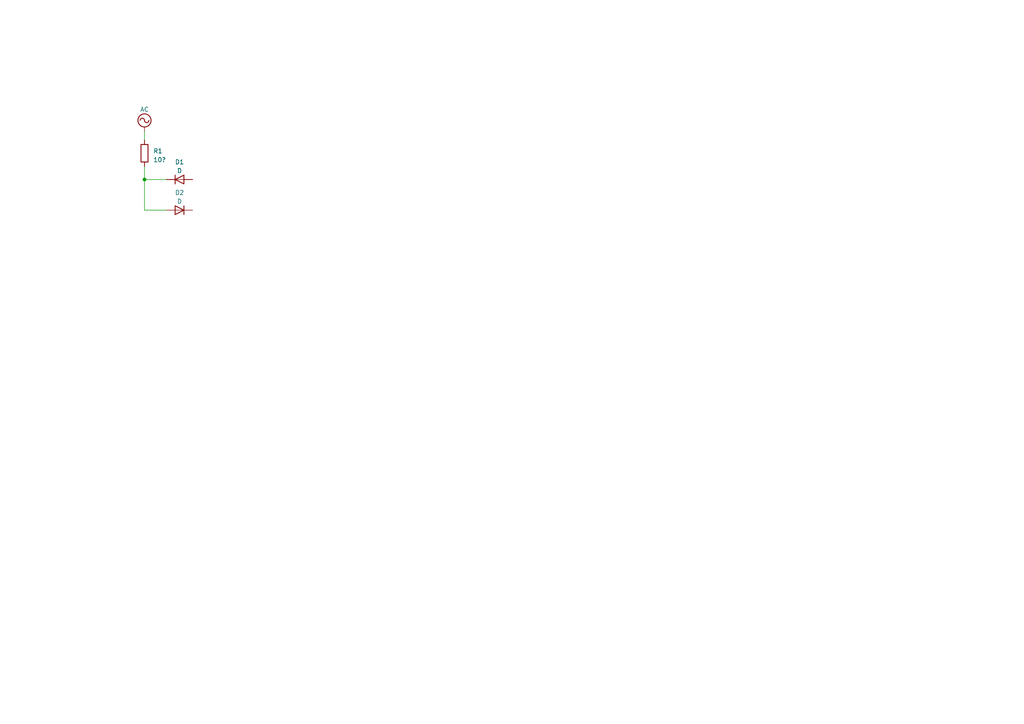
<source format=kicad_sch>
(kicad_sch (version 20230121) (generator eeschema)
  (paper "A4")
  (lib_symbols
    (symbol "Device:D" (pin_numbers hide) (pin_names (offset 1.016) hide)
      (property "Reference" "D" (at 0 2.54 0))
      (property "Value" "D" (at 0 -2.54 0))
      (symbol "D_0_1"
        (polyline (pts (xy -1.27 1.27) (xy -1.27 -1.27)) (stroke (width 0.254)))
        (polyline (pts (xy 1.27 0) (xy -1.27 0)))
        (polyline (pts (xy 1.27 1.27) (xy 1.27 -1.27) (xy -1.27 0) (xy 1.27 1.27)) (stroke (width 0.254)))
      )
      (symbol "D_1_1"
        (pin passive line (at -3.81 0 0) (length 2.54) (name "K") (number "1"))
        (pin passive line (at 3.81 0 180) (length 2.54) (name "A") (number "2"))
      )
    )
    (symbol "Device:R" (pin_numbers hide) (pin_names (offset 0))
      (property "Reference" "R" (at 2.032 0 90))
      (property "Value" "R" (at 0 0 90))
      (symbol "R_0_1"
        (rectangle (start -1.016 -2.54) (end 1.016 2.54) (stroke (width 0.254)))
      )
      (symbol "R_1_1"
        (pin passive line (at 0 3.81 270) (length 1.27) (name "~") (number "1"))
        (pin passive line (at 0 -3.81 90) (length 1.27) (name "~") (number "2"))
      )
    )
    (symbol "power:AC" (power) (pin_names (offset 0))
      (property "Value" "AC" (at 0 6.35 0))
      (symbol "AC_0_1"
        (polyline (pts (xy 0 0) (xy 0 1.27)))
        (arc (start 0 3.175) (mid -0.635 3.8073) (end -1.27 3.175) (stroke (width 0.254)))
        (arc (start 0 3.175) (mid 0.635 2.5427) (end 1.27 3.175) (stroke (width 0.254)))
        (circle (center 0 3.175) (radius 1.905) (stroke (width 0.254)))
      )
      (symbol "AC_1_1"
        (pin power_in line (at 0 0 90) (length 0) hide (name "AC") (number "1"))
      )
    )
  )
  (junction (at 41.91 52.07))
  (wire (pts (xy 41.91 52.07) (xy 48.26 52.07)))
  (wire (pts (xy 41.91 48.26) (xy 41.91 52.07)))
  (wire (pts (xy 41.91 52.07) (xy 41.91 60.96)))
  (wire (pts (xy 41.91 60.96) (xy 48.26 60.96)))
  (wire (pts (xy 41.91 38.1) (xy 41.91 40.64)))
  (symbol (lib_id "Device:D") (at 52.07 60.96 180) (unit 1)
    (property "Reference" "D2" (at 52.07 55.88 0))
    (property "Value" "D" (at 52.07 58.42 0))
    (property "Sim.Device" "D" (effects hide))
    (property "Sim.Pins" "1=K 2=A" (effects hide))
  )
  (symbol (lib_id "Device:D") (at 52.07 52.07 0) (unit 1)
    (property "Reference" "D1" (at 52.07 46.99 0))
    (property "Value" "D" (at 52.07 49.53 0))
    (property "Sim.Device" "D" (effects hide))
    (property "Sim.Pins" "1=K 2=A" (effects hide))
  )
  (symbol (lib_id "Device:R") (at 41.91 44.45 0) (unit 1)
    (property "Reference" "R1" (at 44.45 43.815 0) (effects (justify left)))
    (property "Value" "10?" (at 44.45 46.355 0) (effects (justify left)))
  )
  (symbol (lib_id "power:AC") (at 41.91 38.1 0) (unit 1)
    (property "Reference" "#PWR01" (effects hide))
    (property "Value" "AC" (at 41.91 31.75 0))
  )
)
</source>
